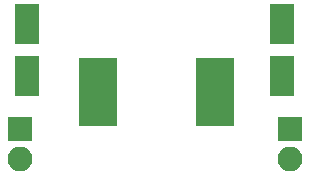
<source format=gbr>
G04 #@! TF.FileFunction,Soldermask,Bot*
%FSLAX46Y46*%
G04 Gerber Fmt 4.6, Leading zero omitted, Abs format (unit mm)*
G04 Created by KiCad (PCBNEW 4.0.7) date Monday, 25 June 2018 'AMt' 00:00:04*
%MOMM*%
%LPD*%
G01*
G04 APERTURE LIST*
%ADD10C,0.100000*%
%ADD11R,2.000000X3.400000*%
%ADD12R,2.100000X2.100000*%
%ADD13O,2.100000X2.100000*%
%ADD14R,3.300000X5.800000*%
G04 APERTURE END LIST*
D10*
D11*
X119380000Y-68494000D03*
X119380000Y-64094000D03*
X140970000Y-68494000D03*
X140970000Y-64094000D03*
D12*
X141605000Y-73025000D03*
D13*
X141605000Y-75565000D03*
D12*
X118745000Y-73025000D03*
D13*
X118745000Y-75565000D03*
D14*
X125352000Y-69850000D03*
X135252000Y-69850000D03*
M02*

</source>
